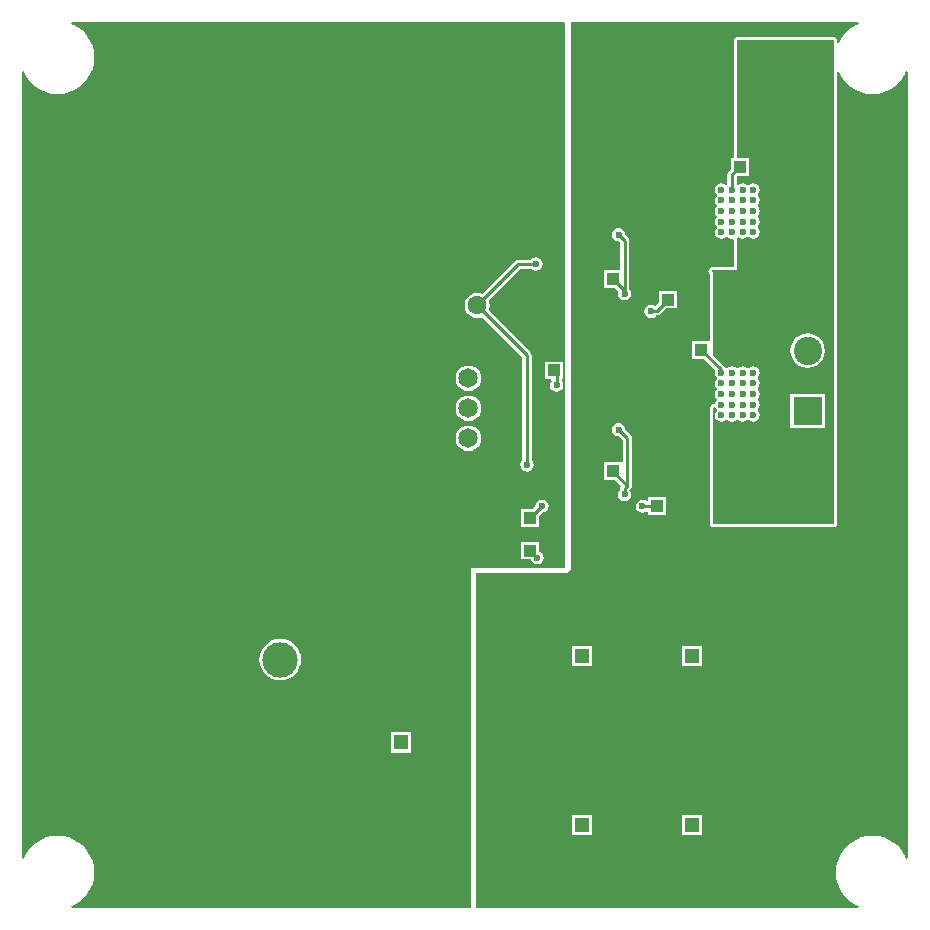
<source format=gbl>
G04*
G04 #@! TF.GenerationSoftware,Altium Limited,Altium Designer,20.1.12 (249)*
G04*
G04 Layer_Physical_Order=4*
G04 Layer_Color=16711680*
%FSLAX44Y44*%
%MOMM*%
G71*
G04*
G04 #@! TF.SameCoordinates,BAD2E13A-ADEF-41FB-B1CA-1C4B7F66A015*
G04*
G04*
G04 #@! TF.FilePolarity,Positive*
G04*
G01*
G75*
%ADD52C,0.2540*%
%ADD55R,1.6500X1.6500*%
%ADD56C,1.6500*%
%ADD57C,1.2000*%
%ADD58R,1.2000X1.2000*%
%ADD59C,3.0000*%
%ADD60R,3.0000X3.0000*%
%ADD61R,1.2000X1.2000*%
%ADD62C,2.4000*%
%ADD63R,2.4000X2.4000*%
%ADD64C,1.6000*%
%ADD65R,1.6000X1.6000*%
%ADD66C,0.6000*%
%ADD75R,1.0000X1.0000*%
G36*
X708249Y748730D02*
X705865Y747742D01*
X701699Y745190D01*
X697983Y742017D01*
X694810Y738301D01*
X692258Y734135D01*
X691360Y731968D01*
X690090Y732220D01*
Y735000D01*
X689893Y735991D01*
X689331Y736831D01*
X688491Y737393D01*
X687500Y737590D01*
X605000D01*
X604009Y737393D01*
X603169Y736831D01*
X602607Y735991D01*
X602410Y735000D01*
Y635040D01*
X599960D01*
Y625454D01*
X598253Y623747D01*
X597411Y622486D01*
X597115Y621000D01*
Y612602D01*
X596491Y612264D01*
X595845Y612094D01*
X594161Y613218D01*
X592000Y613648D01*
X589838Y613218D01*
X588006Y611994D01*
X586781Y610162D01*
X586351Y608000D01*
X586781Y605838D01*
X588006Y604006D01*
Y602994D01*
X586781Y601162D01*
X586351Y599000D01*
X586781Y596838D01*
X588006Y595006D01*
Y593994D01*
X586781Y592162D01*
X586351Y590000D01*
X586781Y587838D01*
X588006Y586006D01*
Y584994D01*
X586781Y583162D01*
X586351Y581000D01*
X586781Y578838D01*
X588006Y577006D01*
Y575994D01*
X586781Y574162D01*
X586351Y572000D01*
X586781Y569838D01*
X588006Y568006D01*
X589838Y566781D01*
X592000Y566352D01*
X594161Y566781D01*
X595638Y567768D01*
X596500Y567918D01*
X597362Y567768D01*
X598838Y566781D01*
X601000Y566352D01*
X601428Y566437D01*
X602410Y565631D01*
Y542590D01*
X584159D01*
X583168Y542393D01*
X582328Y541831D01*
X581767Y540991D01*
X581767Y540991D01*
X581281Y539818D01*
X581281Y539818D01*
X581084Y538827D01*
X581281Y537836D01*
X581842Y536996D01*
X582410Y536427D01*
Y480040D01*
X567460D01*
Y464960D01*
X577046D01*
X586807Y455200D01*
X586781Y455162D01*
X586352Y453000D01*
X586781Y450838D01*
X588006Y449006D01*
Y447994D01*
X586781Y446162D01*
X586352Y444000D01*
X586781Y441838D01*
X588006Y440006D01*
Y438994D01*
X586781Y437162D01*
X586352Y435000D01*
X586781Y432838D01*
X588006Y431006D01*
Y429994D01*
X586781Y428162D01*
X586471Y426602D01*
X585452D01*
X585202Y426552D01*
X584947D01*
X584711Y426454D01*
X584461Y426405D01*
X584249Y426263D01*
X584013Y426165D01*
X583833Y425985D01*
X583621Y425843D01*
X583479Y425631D01*
X583299Y425451D01*
X583201Y425215D01*
X583059Y425003D01*
X583010Y424753D01*
X582912Y424517D01*
X582755Y423730D01*
X582749Y423714D01*
X582607Y423502D01*
X582558Y423252D01*
X582460Y423017D01*
Y422761D01*
X582410Y422511D01*
Y325000D01*
X582607Y324009D01*
X583169Y323169D01*
X584009Y322607D01*
X585000Y322410D01*
X687500D01*
X688491Y322607D01*
X689331Y323169D01*
X689893Y324009D01*
X690090Y325000D01*
Y332500D01*
Y707780D01*
X691360Y708032D01*
X692258Y705865D01*
X694810Y701699D01*
X697983Y697983D01*
X701699Y694810D01*
X705865Y692258D01*
X710378Y690388D01*
X715129Y689247D01*
X720000Y688864D01*
X724871Y689247D01*
X729622Y690388D01*
X734135Y692258D01*
X738301Y694810D01*
X742017Y697983D01*
X745190Y701699D01*
X747742Y705865D01*
X748730Y708249D01*
X750000Y707996D01*
Y42004D01*
X748730Y41751D01*
X747742Y44135D01*
X745190Y48301D01*
X742017Y52017D01*
X738301Y55189D01*
X734135Y57742D01*
X729622Y59612D01*
X724871Y60753D01*
X720000Y61136D01*
X715129Y60753D01*
X710378Y59612D01*
X705865Y57742D01*
X701699Y55189D01*
X697983Y52017D01*
X694810Y48301D01*
X692258Y44135D01*
X690388Y39622D01*
X689247Y34871D01*
X688864Y30000D01*
X689247Y25129D01*
X690388Y20378D01*
X692258Y15865D01*
X694810Y11699D01*
X697983Y7983D01*
X701699Y4811D01*
X705865Y2258D01*
X708249Y1270D01*
X707996Y0D01*
X384119D01*
Y283381D01*
X461706D01*
X465000Y286675D01*
Y647500D01*
Y750000D01*
X707996Y750000D01*
X708249Y748730D01*
D02*
G37*
G36*
X460000D02*
Y647500D01*
Y287500D01*
X380000D01*
Y0D01*
X42004D01*
X41751Y1270D01*
X44135Y2258D01*
X48301Y4811D01*
X52017Y7983D01*
X55189Y11699D01*
X57742Y15865D01*
X59612Y20378D01*
X60753Y25129D01*
X61136Y30000D01*
X60753Y34871D01*
X59612Y39622D01*
X57742Y44135D01*
X55189Y48301D01*
X52017Y52017D01*
X48301Y55189D01*
X44135Y57742D01*
X39622Y59612D01*
X34871Y60753D01*
X30000Y61136D01*
X25129Y60753D01*
X20378Y59612D01*
X15865Y57742D01*
X11699Y55189D01*
X7983Y52017D01*
X4811Y48301D01*
X2258Y44135D01*
X1270Y41751D01*
X0Y42004D01*
Y707996D01*
X1270Y708249D01*
X2258Y705865D01*
X4811Y701699D01*
X7983Y697983D01*
X11699Y694810D01*
X15865Y692258D01*
X20378Y690388D01*
X25129Y689247D01*
X30000Y688864D01*
X34871Y689247D01*
X39622Y690388D01*
X44135Y692258D01*
X48301Y694810D01*
X52017Y697983D01*
X55189Y701699D01*
X57742Y705865D01*
X59612Y710378D01*
X60753Y715129D01*
X61136Y720000D01*
X60753Y724871D01*
X59612Y729622D01*
X57742Y734135D01*
X55189Y738301D01*
X52017Y742017D01*
X48301Y745190D01*
X44135Y747742D01*
X41751Y748730D01*
X42004Y750000D01*
X458730Y750000D01*
X460000Y748730D01*
D02*
G37*
G36*
X687500Y332500D02*
Y325000D01*
X585000D01*
Y422511D01*
X585219Y422838D01*
X585452Y424012D01*
X586747D01*
X586781Y423838D01*
X588006Y422006D01*
Y420994D01*
X586781Y419162D01*
X586352Y417000D01*
X586781Y414838D01*
X588006Y413006D01*
X589838Y411781D01*
X592000Y411352D01*
X594162Y411781D01*
X595638Y412768D01*
X596500Y412918D01*
X597362Y412768D01*
X598838Y411781D01*
X601000Y411352D01*
X603162Y411781D01*
X604638Y412768D01*
X605500Y412918D01*
X606362Y412768D01*
X607838Y411781D01*
X610000Y411352D01*
X612162Y411781D01*
X613638Y412768D01*
X614500Y412918D01*
X615362Y412768D01*
X616838Y411781D01*
X619000Y411352D01*
X621162Y411781D01*
X622994Y413006D01*
X624218Y414838D01*
X624649Y417000D01*
X624218Y419162D01*
X622994Y420994D01*
Y422006D01*
X624218Y423838D01*
X624649Y426000D01*
X624218Y428162D01*
X622994Y429994D01*
Y431006D01*
X624218Y432838D01*
X624649Y435000D01*
X624218Y437162D01*
X622994Y438994D01*
Y440006D01*
X624218Y441838D01*
X624649Y444000D01*
X624218Y446162D01*
X622994Y447994D01*
Y449006D01*
X624218Y450838D01*
X624649Y453000D01*
X624218Y455162D01*
X622994Y456994D01*
X621162Y458218D01*
X619000Y458648D01*
X616838Y458218D01*
X615006Y456994D01*
X613994D01*
X612162Y458218D01*
X610000Y458648D01*
X607838Y458218D01*
X606006Y456994D01*
X604994D01*
X603162Y458218D01*
X601000Y458648D01*
X598838Y458218D01*
X597006Y456994D01*
X595638Y457232D01*
X594856Y457754D01*
X594085Y458909D01*
X585000Y467994D01*
Y537500D01*
X583673Y538827D01*
X584159Y540000D01*
X605000D01*
Y567267D01*
X605335Y567513D01*
X606270Y567829D01*
X607838Y566781D01*
X610000Y566352D01*
X612162Y566781D01*
X613994Y568006D01*
X615006D01*
X616838Y566781D01*
X619000Y566352D01*
X621161Y566781D01*
X622994Y568006D01*
X624218Y569838D01*
X624649Y572000D01*
X624218Y574162D01*
X622994Y575994D01*
Y577006D01*
X624218Y578838D01*
X624649Y581000D01*
X624218Y583162D01*
X622994Y584994D01*
Y586006D01*
X624218Y587838D01*
X624649Y590000D01*
X624218Y592162D01*
X622994Y593994D01*
Y595006D01*
X624218Y596838D01*
X624649Y599000D01*
X624218Y601162D01*
X622994Y602994D01*
Y604006D01*
X624218Y605838D01*
X624649Y608000D01*
X624218Y610162D01*
X622994Y611994D01*
X621161Y613218D01*
X619000Y613648D01*
X616838Y613218D01*
X615006Y611994D01*
X613994D01*
X612162Y613218D01*
X610000Y613648D01*
X607838Y613218D01*
X606270Y612171D01*
X605335Y612487D01*
X605000Y612733D01*
Y619506D01*
X605454Y619960D01*
X615040D01*
Y635040D01*
X605000D01*
Y735000D01*
X687500D01*
Y332500D01*
D02*
G37*
%LPC*%
G36*
X505000Y575648D02*
X502838Y575219D01*
X501006Y573994D01*
X499781Y572162D01*
X499352Y570000D01*
X499781Y567838D01*
X501006Y566006D01*
X502838Y564781D01*
X505000Y564352D01*
X505129Y564377D01*
X506115Y563391D01*
Y540040D01*
X492460D01*
Y524960D01*
X502046D01*
X504807Y522200D01*
X504781Y522162D01*
X504352Y520000D01*
X504781Y517838D01*
X506006Y516006D01*
X507838Y514781D01*
X510000Y514352D01*
X512162Y514781D01*
X513994Y516006D01*
X515219Y517838D01*
X515648Y520000D01*
X515219Y522162D01*
X513994Y523994D01*
X513885Y524067D01*
Y565000D01*
X513589Y566487D01*
X512747Y567747D01*
X510623Y569871D01*
X510648Y570000D01*
X510219Y572162D01*
X508994Y573994D01*
X507162Y575219D01*
X505000Y575648D01*
D02*
G37*
G36*
X554497Y522574D02*
X539417D01*
Y512988D01*
X535976Y509547D01*
X535667D01*
X534662Y510219D01*
X532500Y510648D01*
X530338Y510219D01*
X528506Y508994D01*
X527281Y507162D01*
X526852Y505000D01*
X527281Y502838D01*
X528506Y501006D01*
X530338Y499781D01*
X532500Y499352D01*
X534662Y499781D01*
X536494Y501006D01*
X537010Y501777D01*
X537585D01*
X539072Y502073D01*
X540332Y502915D01*
X544911Y507494D01*
X554497D01*
Y522574D01*
D02*
G37*
G36*
X505000Y410648D02*
X502838Y410219D01*
X501006Y408994D01*
X499781Y407162D01*
X499352Y405000D01*
X499781Y402838D01*
X501006Y401006D01*
X502838Y399781D01*
X505000Y399352D01*
X505129Y399377D01*
X508615Y395891D01*
Y378010D01*
X507540Y377540D01*
Y377540D01*
X492460D01*
Y362460D01*
X502046D01*
X507055Y357451D01*
X506411Y356487D01*
X506115Y355000D01*
Y354067D01*
X506006Y353994D01*
X504781Y352162D01*
X504352Y350000D01*
X504781Y347838D01*
X506006Y346006D01*
X507838Y344781D01*
X510000Y344352D01*
X512162Y344781D01*
X513994Y346006D01*
X515219Y347838D01*
X515648Y350000D01*
X515219Y352162D01*
X514192Y353698D01*
X515247Y354753D01*
X516089Y356013D01*
X516385Y357500D01*
Y397500D01*
X516089Y398987D01*
X515247Y400247D01*
X510623Y404871D01*
X510648Y405000D01*
X510219Y407162D01*
X508994Y408994D01*
X507162Y410219D01*
X505000Y410648D01*
D02*
G37*
G36*
X545040Y347540D02*
X529960D01*
Y344760D01*
X529728Y344576D01*
X528690Y344197D01*
X527162Y345219D01*
X525000Y345648D01*
X522838Y345219D01*
X521006Y343994D01*
X519781Y342162D01*
X519352Y340000D01*
X519781Y337838D01*
X521006Y336006D01*
X522838Y334781D01*
X525000Y334352D01*
X527162Y334781D01*
X528690Y335803D01*
X529728Y335424D01*
X529960Y335240D01*
Y332460D01*
X545040D01*
Y347540D01*
D02*
G37*
G36*
X575668Y221833D02*
X558588D01*
Y204753D01*
X575668D01*
Y221833D01*
D02*
G37*
G36*
X482625D02*
X465545D01*
Y204753D01*
X482625D01*
Y221833D01*
D02*
G37*
G36*
X575668Y78790D02*
X558588D01*
Y61710D01*
X575668D01*
Y78790D01*
D02*
G37*
G36*
X482625D02*
X465545D01*
Y61710D01*
X482625D01*
Y78790D01*
D02*
G37*
G36*
X435000Y550648D02*
X432838Y550219D01*
X431006Y548994D01*
X430933Y548885D01*
X420200D01*
X418713Y548589D01*
X417453Y547747D01*
X389382Y519676D01*
X387952Y520269D01*
X385200Y520631D01*
X382449Y520269D01*
X379884Y519207D01*
X377683Y517517D01*
X375993Y515316D01*
X374931Y512752D01*
X374569Y510000D01*
X374931Y507248D01*
X375993Y504684D01*
X377683Y502483D01*
X379884Y500793D01*
X382449Y499731D01*
X385200Y499369D01*
X387952Y499731D01*
X389382Y500324D01*
X423615Y466091D01*
Y379067D01*
X423506Y378994D01*
X422281Y377162D01*
X421852Y375000D01*
X422281Y372838D01*
X423506Y371006D01*
X425338Y369781D01*
X427500Y369352D01*
X429662Y369781D01*
X431494Y371006D01*
X432719Y372838D01*
X433148Y375000D01*
X432719Y377162D01*
X431494Y378994D01*
X431385Y379067D01*
Y467700D01*
X431089Y469187D01*
X430247Y470447D01*
X394876Y505818D01*
X395469Y507248D01*
X395831Y510000D01*
X395469Y512752D01*
X394876Y514182D01*
X421809Y541115D01*
X430933D01*
X431006Y541006D01*
X432838Y539781D01*
X435000Y539352D01*
X437162Y539781D01*
X438994Y541006D01*
X440219Y542838D01*
X440648Y545000D01*
X440219Y547162D01*
X438994Y548994D01*
X437162Y550219D01*
X435000Y550648D01*
D02*
G37*
G36*
X377900Y459183D02*
X375083Y458812D01*
X372458Y457725D01*
X370205Y455995D01*
X368475Y453741D01*
X367388Y451117D01*
X367017Y448300D01*
X367388Y445483D01*
X368475Y442858D01*
X370205Y440605D01*
X372458Y438875D01*
X375083Y437788D01*
X377900Y437417D01*
X380717Y437788D01*
X383341Y438875D01*
X385596Y440605D01*
X387325Y442858D01*
X388412Y445483D01*
X388783Y448300D01*
X388412Y451117D01*
X387325Y453741D01*
X385596Y455995D01*
X383341Y457725D01*
X380717Y458812D01*
X377900Y459183D01*
D02*
G37*
G36*
X457540Y462540D02*
X442460D01*
Y447460D01*
X447740D01*
X447924Y447228D01*
X448303Y446190D01*
X447281Y444662D01*
X446852Y442500D01*
X447281Y440338D01*
X448506Y438506D01*
X450338Y437281D01*
X452500Y436852D01*
X454662Y437281D01*
X456494Y438506D01*
X457719Y440338D01*
X458148Y442500D01*
X457719Y444662D01*
X456697Y446190D01*
X457076Y447228D01*
X457260Y447460D01*
X457540D01*
Y462540D01*
D02*
G37*
G36*
X377900Y433783D02*
X375083Y433412D01*
X372458Y432325D01*
X370205Y430596D01*
X368475Y428341D01*
X367388Y425717D01*
X367017Y422900D01*
X367388Y420083D01*
X368475Y417458D01*
X370205Y415205D01*
X372458Y413475D01*
X375083Y412388D01*
X377900Y412017D01*
X380717Y412388D01*
X383341Y413475D01*
X385596Y415205D01*
X387325Y417458D01*
X388412Y420083D01*
X388783Y422900D01*
X388412Y425717D01*
X387325Y428341D01*
X385596Y430596D01*
X383341Y432325D01*
X380717Y433412D01*
X377900Y433783D01*
D02*
G37*
G36*
Y408383D02*
X375083Y408012D01*
X372458Y406925D01*
X370205Y405196D01*
X368475Y402942D01*
X367388Y400317D01*
X367017Y397500D01*
X367388Y394683D01*
X368475Y392058D01*
X370205Y389804D01*
X372458Y388075D01*
X375083Y386988D01*
X377900Y386617D01*
X380717Y386988D01*
X383341Y388075D01*
X385596Y389804D01*
X387325Y392058D01*
X388412Y394683D01*
X388783Y397500D01*
X388412Y400317D01*
X387325Y402942D01*
X385596Y405196D01*
X383341Y406925D01*
X380717Y408012D01*
X377900Y408383D01*
D02*
G37*
G36*
X440000Y345648D02*
X437838Y345219D01*
X436006Y343994D01*
X434781Y342162D01*
X434352Y340000D01*
X434377Y339871D01*
X432046Y337540D01*
X422460D01*
Y322460D01*
X437540D01*
Y332046D01*
X439871Y334377D01*
X440000Y334352D01*
X442162Y334781D01*
X443994Y336006D01*
X445219Y337838D01*
X445648Y340000D01*
X445219Y342162D01*
X443994Y343994D01*
X442162Y345219D01*
X440000Y345648D01*
D02*
G37*
G36*
X437540Y310040D02*
X422460D01*
Y294960D01*
X430670D01*
X430797Y294323D01*
X432021Y292490D01*
X433854Y291266D01*
X436016Y290836D01*
X438177Y291266D01*
X440010Y292490D01*
X441234Y294323D01*
X441664Y296484D01*
X441234Y298646D01*
X440010Y300478D01*
X438177Y301703D01*
X437540Y301830D01*
Y310040D01*
D02*
G37*
G36*
X218500Y227875D02*
X215061Y227536D01*
X211755Y226533D01*
X208708Y224904D01*
X206037Y222713D01*
X203845Y220042D01*
X202216Y216995D01*
X201213Y213688D01*
X200875Y210250D01*
X201213Y206812D01*
X202216Y203505D01*
X203845Y200458D01*
X206037Y197787D01*
X208708Y195595D01*
X211755Y193967D01*
X215061Y192964D01*
X218500Y192625D01*
X221938Y192964D01*
X225245Y193967D01*
X228292Y195595D01*
X230962Y197787D01*
X233154Y200458D01*
X234783Y203505D01*
X235786Y206812D01*
X236125Y210250D01*
X235786Y213688D01*
X234783Y216995D01*
X233154Y220042D01*
X230962Y222713D01*
X228292Y224904D01*
X225245Y226533D01*
X221938Y227536D01*
X218500Y227875D01*
D02*
G37*
G36*
X329583Y148540D02*
X312503D01*
Y131460D01*
X329583D01*
Y148540D01*
D02*
G37*
G36*
X665000Y486395D02*
X661205Y485896D01*
X657667Y484431D01*
X654630Y482100D01*
X652299Y479063D01*
X650835Y475526D01*
X650335Y471730D01*
X650835Y467934D01*
X652299Y464397D01*
X654630Y461360D01*
X657667Y459029D01*
X661205Y457564D01*
X665000Y457064D01*
X668796Y457564D01*
X672333Y459029D01*
X675370Y461360D01*
X677701Y464397D01*
X679166Y467934D01*
X679666Y471730D01*
X679166Y475526D01*
X677701Y479063D01*
X675370Y482100D01*
X672333Y484431D01*
X668796Y485896D01*
X665000Y486395D01*
D02*
G37*
G36*
X679540Y435470D02*
X650460D01*
Y406390D01*
X679540D01*
Y435470D01*
D02*
G37*
%LPD*%
D52*
X450000Y455000D02*
X452500Y452500D01*
Y442500D02*
Y452500D01*
X575000Y472500D02*
X591338Y456162D01*
Y453662D02*
Y456162D01*
Y453662D02*
X592000Y453000D01*
X525000Y340000D02*
X537500D01*
X510000Y350000D02*
Y355000D01*
X512500Y357500D01*
X537585Y505662D02*
X546957Y515034D01*
X533162Y505662D02*
X537585D01*
X532500Y505000D02*
X533162Y505662D01*
X430000Y302500D02*
X436016Y296484D01*
X601000Y621000D02*
X607500Y627500D01*
X601000Y608000D02*
Y621000D01*
X430000Y330000D02*
X440000Y340000D01*
X500000Y532500D02*
X509338Y523162D01*
Y520662D02*
Y523162D01*
Y520662D02*
X510000Y520000D01*
X512500Y357500D02*
Y397500D01*
X500000Y370000D02*
X512500Y357500D01*
X427500Y375000D02*
Y467700D01*
X385200Y510000D02*
X427500Y467700D01*
X385200Y510000D02*
X420200Y545000D01*
X435000D01*
X505000Y405000D02*
X512500Y397500D01*
X510000Y520000D02*
Y565000D01*
X505000Y570000D02*
X510000Y565000D01*
D55*
X352500Y448300D02*
D03*
D56*
X377900D02*
D03*
X352500Y422900D02*
D03*
Y397500D02*
D03*
X377900Y422900D02*
D03*
Y397500D02*
D03*
D57*
X424085Y213293D02*
D03*
X424085Y70250D02*
D03*
X617128D02*
D03*
X577500Y699043D02*
D03*
X617128Y213293D02*
D03*
X321043Y90000D02*
D03*
D58*
X474085Y213293D02*
D03*
X474085Y70250D02*
D03*
X567128D02*
D03*
X627500Y699043D02*
D03*
X567128Y213293D02*
D03*
D59*
X218500Y210250D02*
D03*
D60*
X143500Y85250D02*
D03*
D61*
X321043Y140000D02*
D03*
D62*
X665000Y471730D02*
D03*
D63*
Y420930D02*
D03*
D64*
X385200Y510000D02*
D03*
D65*
X359800D02*
D03*
D66*
X452500Y442500D02*
D03*
X580000Y435000D02*
D03*
Y445000D02*
D03*
Y455000D02*
D03*
X525000Y340000D02*
D03*
X437500Y485000D02*
D03*
X510000Y350000D02*
D03*
X532500Y505000D02*
D03*
X436016Y296484D02*
D03*
X440000Y340000D02*
D03*
X440188Y317312D02*
D03*
X432500Y352500D02*
D03*
X437661Y520000D02*
D03*
X580000Y425000D02*
D03*
Y580000D02*
D03*
Y590000D02*
D03*
Y600000D02*
D03*
Y610000D02*
D03*
X427500Y375000D02*
D03*
X435000Y545000D02*
D03*
X505000Y405000D02*
D03*
X510000Y520000D02*
D03*
X505000Y570000D02*
D03*
X640000Y497500D02*
D03*
Y507500D02*
D03*
Y517500D02*
D03*
Y527500D02*
D03*
X592000Y608000D02*
D03*
Y590000D02*
D03*
Y572000D02*
D03*
X601000D02*
D03*
X610000D02*
D03*
X619000D02*
D03*
Y581000D02*
D03*
X610000D02*
D03*
X601000D02*
D03*
Y590000D02*
D03*
X610000D02*
D03*
X619000D02*
D03*
Y599000D02*
D03*
X610000D02*
D03*
X601000D02*
D03*
Y608000D02*
D03*
X610000D02*
D03*
X619000D02*
D03*
X592000Y599000D02*
D03*
Y581000D02*
D03*
X592000Y501000D02*
D03*
Y519000D02*
D03*
X619000Y528000D02*
D03*
X610000D02*
D03*
X601000D02*
D03*
Y519000D02*
D03*
X610000D02*
D03*
X619000D02*
D03*
Y510000D02*
D03*
X610000D02*
D03*
X601000D02*
D03*
Y501000D02*
D03*
X610000D02*
D03*
X619000D02*
D03*
Y492000D02*
D03*
X610000D02*
D03*
X601000D02*
D03*
X592000D02*
D03*
Y510000D02*
D03*
Y528000D02*
D03*
Y453000D02*
D03*
Y435000D02*
D03*
Y417000D02*
D03*
X601000D02*
D03*
X610000D02*
D03*
X619000D02*
D03*
Y426000D02*
D03*
X610000D02*
D03*
X601000D02*
D03*
Y435000D02*
D03*
X610000D02*
D03*
X619000D02*
D03*
Y444000D02*
D03*
X610000D02*
D03*
X601000D02*
D03*
Y453000D02*
D03*
X610000D02*
D03*
X619000D02*
D03*
X592000Y444000D02*
D03*
Y426000D02*
D03*
Y341000D02*
D03*
Y359000D02*
D03*
X619000Y368000D02*
D03*
X610000D02*
D03*
X601000D02*
D03*
Y359000D02*
D03*
X610000D02*
D03*
X619000D02*
D03*
Y350000D02*
D03*
X610000D02*
D03*
X601000D02*
D03*
Y341000D02*
D03*
X610000D02*
D03*
X619000D02*
D03*
Y332000D02*
D03*
X610000D02*
D03*
X601000D02*
D03*
X592000D02*
D03*
Y350000D02*
D03*
Y368000D02*
D03*
D75*
X430000Y302500D02*
D03*
X537500Y340000D02*
D03*
X607500Y627500D02*
D03*
X546957Y515034D02*
D03*
X450000Y455000D02*
D03*
X575000Y472500D02*
D03*
X430000Y330000D02*
D03*
X500000Y532500D02*
D03*
Y370000D02*
D03*
M02*

</source>
